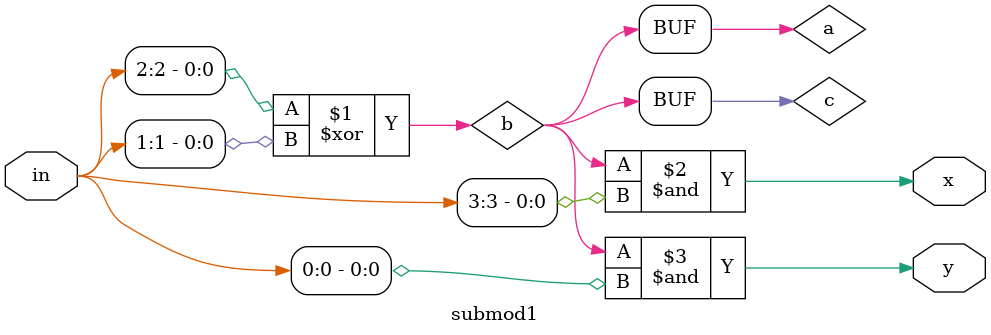
<source format=v>
module submod1(input [3:0]in, output x, output y);

    wire a,b,c;

    xor g1(a,in[2],in[1]);

    assign b = a;
    assign c = a;

    and g2(x,b,in[3]);
    and g3(y,c,in[0]);

endmodule
</source>
